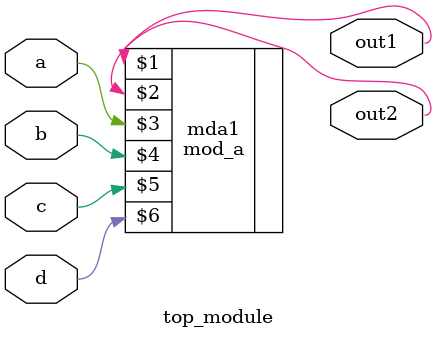
<source format=v>
module top_module ( 
    input a, 
    input b, 
    input c,
    input d,
    output out1,
    output out2
);

    //module mod_a ( output, output, input, input, input, input );
    mod_a mda1(out1, out2, a, b, c, d); // 无端口名称，按照端口顺序

endmodule

</source>
